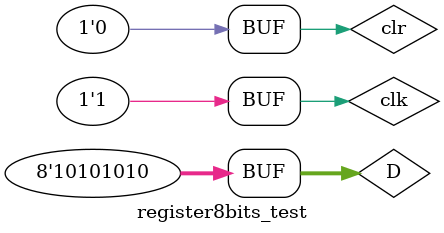
<source format=v>
`timescale 1ns / 1ps


module register8bits_test;

	// Inputs
	reg clk;
	reg [7:0] D;
	reg clr;

	// Outputs
	wire [7:0] Q;

	// Instantiate the Unit Under Test (UUT)
	register_8bits uut (
		.clk(clk), 
		.D(D), 
		.clr(clr), 
		.Q(Q)
	);

	initial begin
		// Initialize Inputs
		clk = 0;
		D = 0;
		clr = 0;

		// Wait 100 ns for global reset to finish
		#100;
        
		// Add stimulus here

		clk = 1;
		D = 8'b11111111;
		#100;
		
		clk = 0;
		clr = 0;
		#100;
		
		clk = 1;
		D = 8'b10101010;
		#100;
		
		clk = 0;
		#100;
		
		clk = 1;
	end
      
endmodule


</source>
